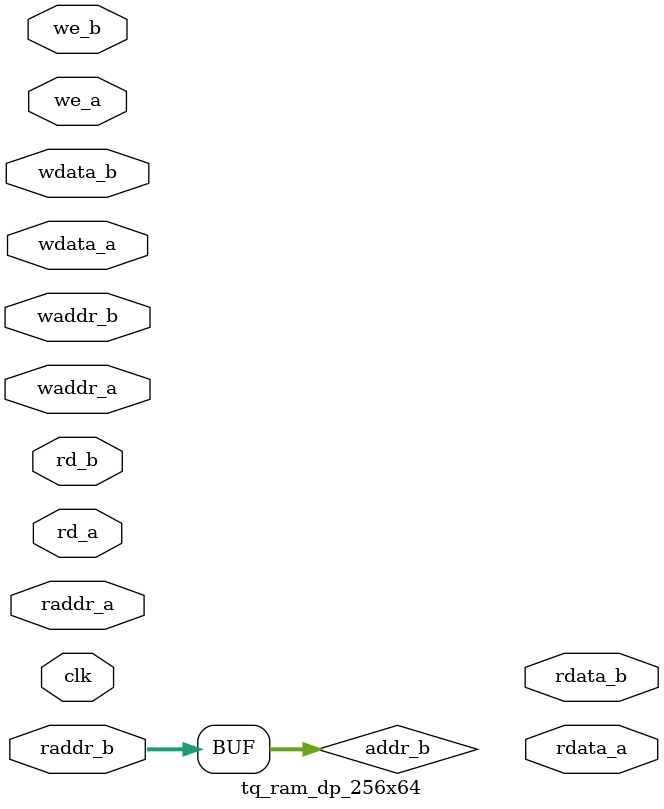
<source format=v>

`include "enc_defines.v"

module tq_ram_dp_256x64 (
    				clk       ,
    				wdata_a   ,
    				waddr_a   ,
    				we_a      ,
    				rd_a      ,
    				raddr_a   ,
    				rdata_a   ,  				          
    				wdata_b   ,
    				waddr_b   ,
    				we_b      ,
    				rd_b      ,
    				raddr_b   ,
                    rdata_b 
);

// ********************************************
//                                             
//    Input/Output DECLARATION                    
//                                             
// ********************************************
input               clk      ; 
input  [255:0]		wdata_a, wdata_b;
output [255:0]   	rdata_a, rdata_b;
input  [5:0]    	waddr_a, raddr_a, waddr_b, raddr_b;
input   			we_a, rd_a, we_b, rd_b;

// ********************************************
//                                             
//    Logic DECLARATION                 
//                                             
// ********************************************
wire [5:0] addr_a, addr_b;

assign addr_a = we_a ? waddr_a : raddr_a;
assign addr_b = raddr_b;

`ifdef  RTL_MODEL 
ram_2p #(.Addr_Width(6), .Word_Width(256)) 
		ram_2p_256x64 (
				.clka    ( clk         ),  
				.cena_i  ( ~(we_a|rd_a)),
		        .oena_i  ( 1'b0        ),
		        .wena_i  ( ~we_a       ),
		        .addra_i ( addr_a      ),
		        .dataa_o ( rdata_a     ),
		        .dataa_i ( wdata_a     ),
				.clkb    ( clk         ),     
				.cenb_i  ( ~rd_b       ),   
				.oenb_i  ( 1'b0        ),   
				.wenb_i  ( 1'b1        ),  //only read ;
				.addrb_i ( addr_b      ),
				.datab_o ( rdata_b     ),   
				.datab_i ( wdata_b     )
);
`endif 

`ifdef FPGA_MODEL
ram_dp_256x48  u_ram_dp_256x48(
	.clock    (clk     ),
//Port_A               
	.address_a(addr_a  ),
	.data_a   (wdata_a ),
	.rden_a   (rd_a    ),
	.wren_a   (we_a    ),
	.q_a      (rdata_a ),
//Port_B 	
	.address_b(addr_b  ),
	.data_b   (wdata_b ),
	.rden_b   (rd_b    ),
	.wren_b   (1'b0    ),
	.q_b      (rdata_b )
);              
`endif

`ifdef SMIC13_MODEL

`endif  
endmodule

</source>
